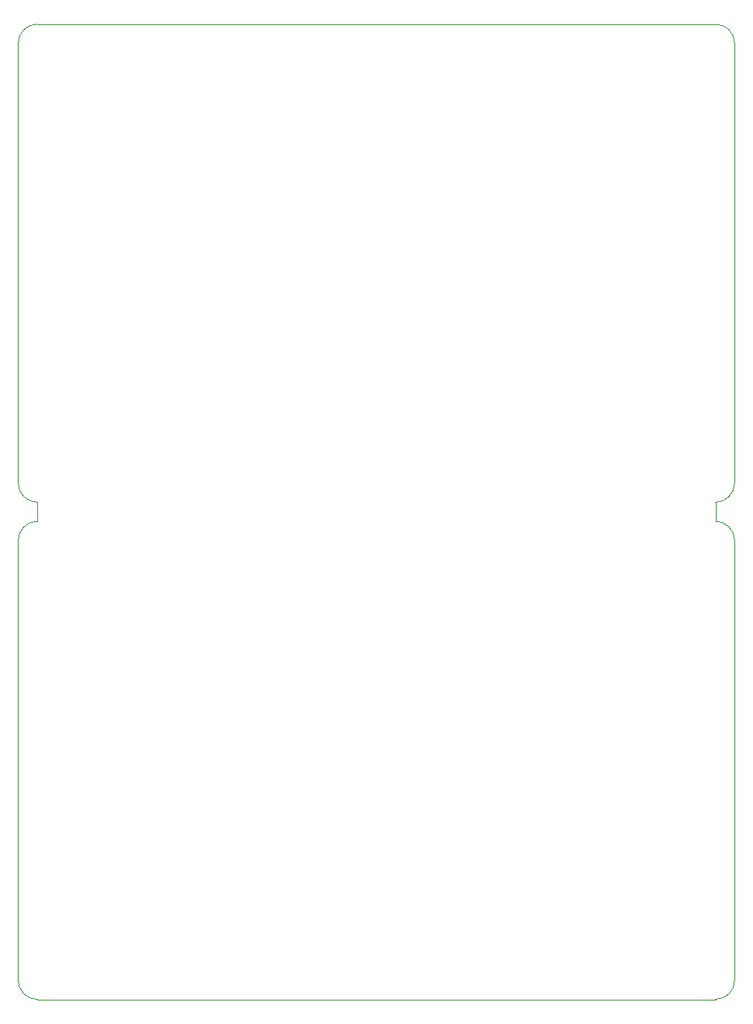
<source format=gbr>
%TF.GenerationSoftware,KiCad,Pcbnew,9.0.2*%
%TF.CreationDate,2025-11-24T16:37:35-05:00*%
%TF.ProjectId,carkit PANEL,6361726b-6974-4205-9041-4e454c2e6b69,rev?*%
%TF.SameCoordinates,Original*%
%TF.FileFunction,Profile,NP*%
%FSLAX46Y46*%
G04 Gerber Fmt 4.6, Leading zero omitted, Abs format (unit mm)*
G04 Created by KiCad (PCBNEW 9.0.2) date 2025-11-24 16:37:35*
%MOMM*%
%LPD*%
G01*
G04 APERTURE LIST*
%TA.AperFunction,Profile*%
%ADD10C,0.050000*%
%TD*%
G04 APERTURE END LIST*
D10*
X153000000Y-86000000D02*
X153000000Y-84000000D01*
X82000000Y-86000000D02*
X82000000Y-84000000D01*
X155000000Y-36000000D02*
X155000000Y-82000000D01*
X82000000Y-34000000D02*
X153000000Y-34000000D01*
X155000000Y-82000000D02*
G75*
G02*
X153000000Y-84000000I-2000000J0D01*
G01*
X80000000Y-82000000D02*
X80000000Y-36000000D01*
X82000000Y-84000000D02*
G75*
G02*
X80000000Y-82000000I0J2000000D01*
G01*
X153000000Y-34000000D02*
G75*
G02*
X155000000Y-36000000I0J-2000000D01*
G01*
X80000000Y-36000000D02*
G75*
G02*
X82000000Y-34000000I2000000J0D01*
G01*
X155000000Y-134000000D02*
G75*
G02*
X153000000Y-136000000I-2000000J0D01*
G01*
X155000000Y-88000000D02*
X155000000Y-134000000D01*
X80000000Y-134000000D02*
X80000000Y-88000000D01*
X80000000Y-88000000D02*
G75*
G02*
X82000000Y-86000000I2000000J0D01*
G01*
X153000000Y-86000000D02*
G75*
G02*
X155000000Y-88000000I0J-2000000D01*
G01*
X82000000Y-136000000D02*
G75*
G02*
X80000000Y-134000000I0J2000000D01*
G01*
X153000000Y-136000000D02*
X82000000Y-136000000D01*
M02*

</source>
